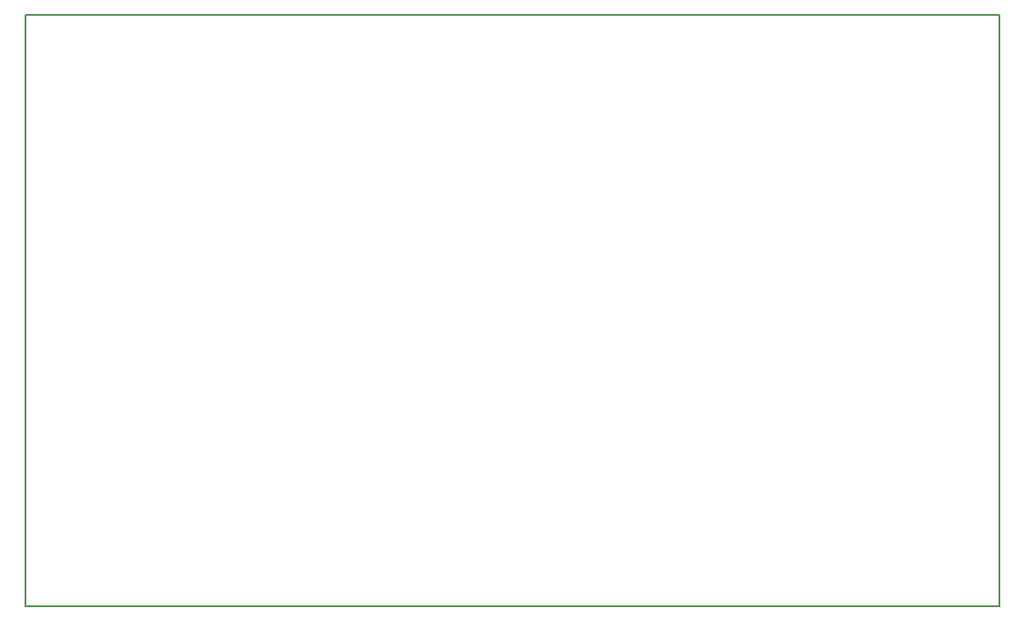
<source format=gbr>
G04 #@! TF.FileFunction,Profile,NP*
%FSLAX46Y46*%
G04 Gerber Fmt 4.6, Leading zero omitted, Abs format (unit mm)*
G04 Created by KiCad (PCBNEW 4.0.7-e2-6376~58~ubuntu16.04.1) date Fri Dec  8 16:26:48 2017*
%MOMM*%
%LPD*%
G01*
G04 APERTURE LIST*
%ADD10C,0.100000*%
%ADD11C,0.150000*%
G04 APERTURE END LIST*
D10*
D11*
X114300000Y-45720000D02*
X114300000Y-45720000D01*
X208280000Y-45720000D02*
X114300000Y-45720000D01*
X208280000Y-102870000D02*
X208280000Y-45720000D01*
X114300000Y-102870000D02*
X208280000Y-102870000D01*
X114300000Y-45720000D02*
X114300000Y-102870000D01*
M02*

</source>
